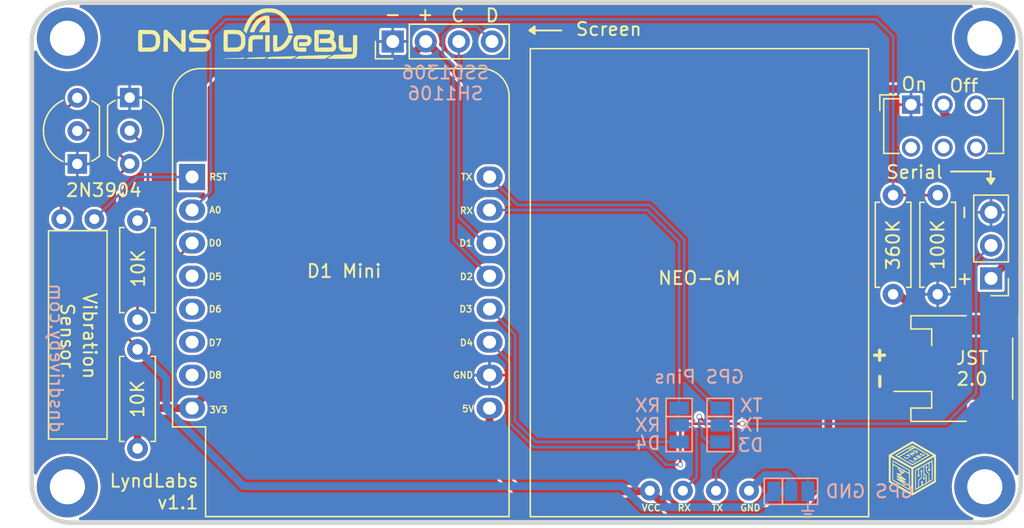
<source format=kicad_pcb>
(kicad_pcb (version 20211014) (generator pcbnew)
  (layers (0 "F.Cu" signal) (31 "B.Cu" signal) (34 "B.Paste" user) (35 "F.Paste" user) (36 "B.SilkS" user "B.Silkscreen") (37 "F.SilkS" user "F.Silkscreen") (38 "B.Mask" user) (39 "F.Mask" user) (44 "Edge.Cuts" user))
  (net 0 "")
  (net 1 "+BATT")
  (net 2 "GND")
  (net 3 "A0")
  (net 4 "GPS_RX")
  (net 5 "GPS_TX")
  (net 6 "D0")
  (net 7 "Net-(J1-Pad1)")
  (net 8 "RST")
  (net 9 "Net-(Q1-Pad2)")
  (net 10 "GPS-")
  (net 11 "Net-(Q2-Pad3)")
  (net 12 "+3V3")
  (net 13 "SCL")
  (net 14 "SDA")
  (net 15 "SCK")
  (net 16 "MISO")
  (net 17 "MOSI")
  (net 18 "SS")
  (net 19 "unconnected-(U1-Pad12)")
  (net 20 "TX1")
  (footprint "MountingHole:MountingHole_2.7mm_M2.5_DIN965_Pad" (layer "F.Cu") (at 3.5 3.5)
    (fp_text reference "REF**" hide)
    (fp_text value "MountingHole_2.7mm_M2.5_DIN965_Pad" hide)
    (pad "1" thru_hole circle (at 0 0) (size 4.7 4.7) (drill 2.7) (layers *.Cu *.Mask))
  )
  (footprint "Resistor_THT:R_Axial_DIN0207_L6.3mm_D2.5mm_P7.62mm_Horizontal" (layer "F.Cu") (at 8.89 25.146 90)
    (fp_text reference "R1" hide)
    (fp_text value "10K" (at 3.937 0.0508 90) (layer "F.SilkS"))
    (pad "1" thru_hole circle (at 0 0 90) (size 1.6 1.6) (drill 0.8) (layers *.Cu *.Mask) (net 6 "D0"))
    (pad "2" thru_hole oval (at 7.62 0 90) (size 1.6 1.6) (drill 0.8) (layers *.Cu *.Mask) (net 9 "Net-(Q1-Pad2)"))
  )
  (footprint "Package_TO_SOT_THT:TO-92L_Inline_Wide" (layer "F.Cu") (at 4.26 13.1672 90)
    (fp_text reference "Q2" hide)
    (fp_text value "2N3904" (at -2.022 2.0392 180) (layer "F.SilkS"))
    (pad "1" thru_hole rect (at 0 0 90) (size 1.5 1.5) (drill 0.8) (layers *.Cu *.Mask) (net 2 "GND"))
    (pad "2" thru_hole circle (at 2.54 0 90) (size 1.5 1.5) (drill 0.8) (layers *.Cu *.Mask) (net 10 "GPS-"))
    (pad "3" thru_hole circle (at 5.08 0 90) (size 1.5 1.5) (drill 0.8) (layers *.Cu *.Mask) (net 11 "Net-(Q2-Pad3)"))
  )
  (footprint "Resistor_THT:R_Axial_DIN0207_L6.3mm_D2.5mm_P7.62mm_Horizontal" (layer "F.Cu") (at 70.379 15.575 -90)
    (fp_text reference "R4" hide)
    (fp_text value "100K" (at 3.81 0 -270) (layer "F.SilkS"))
    (pad "1" thru_hole circle (at 0 0 270) (size 1.6 1.6) (drill 0.8) (layers *.Cu *.Mask) (net 3 "A0"))
    (pad "2" thru_hole oval (at 7.62 0 270) (size 1.6 1.6) (drill 0.8) (layers *.Cu *.Mask) (net 2 "GND"))
  )
  (footprint "Connector_PinHeader_2.54mm:PinHeader_1x04_P2.54mm_Vertical" (layer "F.Cu") (at 28.5 3.75 90)
    (fp_text reference "J2" hide)
    (fp_text value "Conn_01x04")
    (pad "1" thru_hole rect (at 0 0 90) (size 1.7 1.7) (drill 1) (layers *.Cu *.Mask) (net 2 "GND"))
    (pad "2" thru_hole oval (at 0 2.54 90) (size 1.7 1.7) (drill 1) (layers *.Cu *.Mask) (net 12 "+3V3"))
    (pad "3" thru_hole oval (at 0 5.08 90) (size 1.7 1.7) (drill 1) (layers *.Cu *.Mask) (net 13 "SCL"))
    (pad "4" thru_hole oval (at 0 7.62 90) (size 1.7 1.7) (drill 1) (layers *.Cu *.Mask) (net 14 "SDA"))
  )
  (footprint "Connector_JST:JST_PH_S2B-PH-SM4-TB_1x02-1MP_P2.00mm_Horizontal" (layer "F.Cu") (at 71.628 28.9052 90)
    (fp_text reference "J1" hide)
    (fp_text value "JST 2.0" hide)
    (pad "1" smd roundrect (at -1 -2.85 90) (size 1 3.5) (layers "F.Cu" "F.Paste" "F.Mask") (net 7 "Net-(J1-Pad1)"))
    (pad "2" smd roundrect (at 1 -2.85 90) (size 1 3.5) (layers "F.Cu" "F.Paste" "F.Mask") (net 1 "+BATT"))
    (pad "MP" smd roundrect (at 3.35 2.9 90) (size 1.5 3.4) (layers "F.Cu" "F.Paste" "F.Mask") (roundrect_rratio 0.1666673333))
    (pad "MP" smd roundrect (at -3.35 2.9 90) (size 1.5 3.4) (layers "F.Cu" "F.Paste" "F.Mask") (roundrect_rratio 0.1666673333))
  )
  (footprint "DNS-DriveBy:NEO-6M GPS" (layer "F.Cu") (at 52.07 22.3012 180)
    (fp_text reference "U2" hide)
    (fp_text value "NEO-6M" (at 0 0.3512 unlocked) (layer "F.SilkS"))
    (fp_text user "VCC" (at 3.7084 -17.3228 unlocked) (layer "F.SilkS") (effects (font (size 0.5 0.5) (thickness 0.1))))
    (fp_text user "TX" (at -1.3716 -17.3228 unlocked) (layer "F.SilkS") (effects (font (size 0.5 0.5) (thickness 0.1))))
    (fp_text user "GND" (at -3.9116 -17.3228 unlocked) (layer "F.SilkS") (effects (font (size 0.5 0.5) (thickness 0.1))))
    (fp_text user "RX" (at 1.1684 -17.3228 unlocked) (layer "F.SilkS") (effects (font (size 0.5 0.5) (thickness 0.1))))
    (pad "1" thru_hole circle (at 3.81 -16) (size 1.524 1.524) (drill 0.762) (layers *.Cu *.Mask) (net 1 "+BATT"))
    (pad "2" thru_hole circle (at 1.27 -16) (size 1.524 1.524) (drill 0.762) (layers *.Cu *.Mask) (net 4 "GPS_RX"))
    (pad "3" thru_hole circle (at -1.27 -16) (size 1.524 1.524) (drill 0.762) (layers *.Cu *.Mask) (net 5 "GPS_TX"))
    (pad "4" thru_hole circle (at -3.81 -16) (size 1.524 1.524) (drill 0.762) (layers *.Cu *.Mask) (net 10 "GPS-"))
  )
  (footprint "Module:WEMOS_D1_mini_light" (layer "F.Cu") (at 13.081 14.1732)
    (fp_text reference "U1" hide)
    (fp_text value "D1 Mini" (at 11.684 7.239) (layer "F.SilkS"))
    (fp_text user "D5" (at 1.778 7.6708 unlocked) (layer "F.SilkS") (effects (font (size 0.5 0.5) (thickness 0.1))))
    (fp_text user "5V" (at 21.209 17.8308 unlocked) (layer "F.SilkS") (effects (font (size 0.5 0.5) (thickness 0.1))))
    (fp_text user "A0" (at 1.27 2.54 unlocked) (layer "F.SilkS") (effects (font (size 0.5 0.5) (thickness 0.1)) (justify left)))
    (fp_text user "D7" (at 1.778 12.7508 unlocked) (layer "F.SilkS") (effects (font (size 0.5 0.5) (thickness 0.1))))
    (fp_text user "D4" (at 21.082 12.7508 unlocked) (layer "F.SilkS") (effects (font (size 0.5 0.5) (thickness 0.1))))
    (fp_text user "D6" (at 1.778 10.16 unlocked) (layer "F.SilkS") (effects (font (size 0.5 0.5) (thickness 0.1))))
    (fp_text user "GND" (at 20.828 15.24 unlocked) (layer "F.SilkS") (effects (font (size 0.5 0.5) (thickness 0.1))))
    (fp_text user "D0" (at 1.778 5.08 unlocked) (layer "F.SilkS") (effects (font (size 0.5 0.5) (thickness 0.1))))
    (fp_text user "RST" (at 1.27 0 unlocked) (layer "F.SilkS") (effects (font (size 0.5 0.5) (thickness 0.1)) (justify left)))
    (fp_text user "D2" (at 21.082 7.6708 unlocked) (layer "F.SilkS") (effects (font (size 0.5 0.5) (thickness 0.1))))
    (fp_text user "TX" (at 21.59 0 unlocked) (layer "F.SilkS") (effects (font (size 0.5 0.5) (thickness 0.1)) (justify right)))
    (fp_text user "RX" (at 21.082 2.5908 unlocked) (layer "F.SilkS") (effects (font (size 0.5 0.5) (thickness 0.1))))
    (fp_text user "D3" (at 21.59 10.16 unlocked) (layer "F.SilkS") (effects (font (size 0.5 0.5) (thickness 0.1)) (justify right)))
    (fp_text user "3V3" (at 2.032 17.907 unlocked) (layer "F.SilkS") (effects (font (size 0.5 0.5) (thickness 0.1))))
    (fp_text user "D1" (at 21.59 5.08 unlocked) (layer "F.SilkS") (effects (font (size 0.5 0.5) (thickness 0.1)) (justify right)))
    (fp_text user "D8" (at 1.778 15.24 unlocked) (layer "F.SilkS") (effects (font (size 0.5 0.5) (thickness 0.1))))
    (pad "1" thru_hole rect (at 0 0) (size 2 2) (drill 1) (layers *.Cu *.Mask) (net 8 "RST"))
    (pad "2" thru_hole oval (at 0 2.54) (size 2 1.6) (drill 1) (layers *.Cu *.Mask) (net 3 "A0"))
    (pad "3" thru_hole oval (at 0 5.08) (size 2 1.6) (drill 1) (layers *.Cu *.Mask) (net 6 "D0"))
    (pad "4" thru_hole oval (at 0 7.62) (size 2 1.6) (drill 1) (layers *.Cu *.Mask) (net 15 "SCK"))
    (pad "5" thru_hole oval (at 0 10.16) (size 2 1.6) (drill 1) (layers *.Cu *.Mask) (net 16 "MISO"))
    (pad "6" thru_hole oval (at 0 12.7) (size 2 1.6) (drill 1) (layers *.Cu *.Mask) (net 17 "MOSI"))
    (pad "7" thru_hole oval (at 0 15.24) (size 2 1.6) (drill 1) (layers *.Cu *.Mask) (net 18 "SS"))
    (pad "8" thru_hole oval (at 0 17.78) (size 2 1.6) (drill 1) (layers *.Cu *.Mask) (net 12 "+3V3"))
    (pad "9" thru_hole oval (at 22.86 17.78) (size 2 1.6) (drill 1) (layers *.Cu *.Mask) (net 1 "+BATT"))
    (pad "10" thru_hole oval (at 22.86 15.24) (size 2 1.6) (drill 1) (layers *.Cu *.Mask) (net 2 "GND"))
    (pad "11" thru_hole oval (at 22.86 12.7) (size 2 1.6) (drill 1) (layers *.Cu *.Mask) (net 20 "TX1"))
    (pad "12" thru_hole oval (at 22.86 10.16) (size 2 1.6) (drill 1) (layers *.Cu *.Mask) (net 19 "unconnected-(U1-Pad12)"))
    (pad "13" thru_hole oval (at 22.86 7.62) (size 2 1.6) (drill 1) (layers *.Cu *.Mask) (net 14 "SDA"))
    (pad "14" thru_hole oval (at 22.86 5.08) (size 2 1.6) (drill 1) (layers *.Cu *.Mask) (net 13 "SCL"))
    (pad "15" thru_hole oval (at 22.86 2.54) (size 2 1.6) (drill 1) (layers *.Cu *.Mask) (net 4 "GPS_RX"))
    (pad "16" thru_hole oval (at 22.86 0) (size 2 1.6) (drill 1) (layers *.Cu *.Mask) (net 5 "GPS_TX"))
  )
  (footprint "MountingHole:MountingHole_2.7mm_M2.5_DIN965_Pad" (layer "F.Cu") (at 74 3.5)
    (fp_text reference "REF**" hide)
    (fp_text value "MountingHole_2.7mm_M2.5_DIN965_Pad" hide)
    (pad "1" thru_hole circle (at 0 0) (size 4.7 4.7) (drill 2.7) (layers *.Cu *.Mask))
  )
  (footprint "Connector_PinHeader_2.54mm:PinHeader_1x03_P2.54mm_Vertical" (layer "F.Cu") (at 74.479 21.975 180)
    (fp_text reference "J3" hide)
    (fp_text value "Conn_01x03")
    (pad "1" thru_hole rect (at 0 0 180) (size 1.7 1.7) (drill 1) (layers *.Cu *.Mask) (net 12 "+3V3"))
    (pad "2" thru_hole oval (at 0 2.54 180) (size 1.7 1.7) (drill 1) (layers *.Cu *.Mask) (net 20 "TX1"))
    (pad "3" thru_hole oval (at 0 5.08 180) (size 1.7 1.7) (drill 1) (layers *.Cu *.Mask) (net 2 "GND"))
  )
  (footprint "Button_Switch_THT:SW_CuK_JS202011CQN_DPDT_Straight" (layer "F.Cu") (at 68.3315 8.6078)
    (fp_text reference "SW1" hide)
    (fp_text value "SW_SPST")
    (pad "1" thru_hole rect (at 0 0) (size 1.4 1.4) (drill 0.9) (layers *.Cu *.Mask) (net 2 "GND"))
    (pad "2" thru_hole circle (at 2.5 0) (size 1.4 1.4) (drill 0.9) (layers *.Cu *.Mask) (net 7 "Net-(J1-Pad1)"))
    (pad "3" thru_hole circle (at 5 0) (size 1.4 1.4) (drill 0.9) (layers *.Cu *.Mask))
    (pad "4" thru_hole circle (at 0 3.3) (size 1.4 1.4) (drill 0.9) (layers *.Cu *.Mask))
    (pad "5" thru_hole circle (at 2.5 3.3) (size 1.4 1.4) (drill 0.9) (layers *.Cu *.Mask))
    (pad "6" thru_hole circle (at 5 3.3) (size 1.4 1.4) (drill 0.9) (layers *.Cu *.Mask))
  )
  (footprint "Resistor_THT:R_Axial_DIN0207_L6.3mm_D2.5mm_P7.62mm_Horizontal" (layer "F.Cu") (at 66.95 23.195 90)
    (fp_text reference "R3" hide)
    (fp_text value "360K" (at 3.81 0 90) (layer "F.SilkS"))
    (pad "1" thru_hole circle (at 0 0 90) (size 1.6 1.6) (drill 0.8) (layers *.Cu *.Mask) (net 1 "+BATT"))
    (pad "2" thru_hole oval (at 7.62 0 90) (size 1.6 1.6) (drill 0.8) (layers *.Cu *.Mask) (net 3 "A0"))
  )
  (footprint "Resistor_THT:R_Axial_DIN0207_L6.3mm_D2.5mm_P7.62mm_Horizontal" (layer "F.Cu") (at 8.89 27.432 -90)
    (fp_text reference "R2" hide)
    (fp_text value "10K" (at 3.81 0 90) (layer "F.SilkS"))
    (pad "1" thru_hole circle (at 0 0 270) (size 1.6 1.6) (drill 0.8) (layers *.Cu *.Mask) (net 10 "GPS-"))
    (pad "2" thru_hole oval (at 7.62 0 270) (size 1.6 1.6) (drill 0.8) (layers *.Cu *.Mask) (net 12 "+3V3"))
  )
  (footprint "DNS-DriveBy:Vibration Sensor" (layer "F.Cu") (at 4.3 25.7416 180)
    (fp_text reference "S1" hide)
    (fp_text value "Vibration" (at -0.9144 -0.6604 270 unlocked) (layer "F.SilkS"))
    (fp_text user "Sensor" (at 0.8128 -0.6604 270 unlocked) (layer "F.SilkS"))
    (pad "" thru_hole circle (at -1.27 8.3312 180) (size 1.524 1.524) (drill 0.762) (layers *.Cu *.Mask))
    (pad "" thru_hole circle (at 1.27 8.3312 180) (size 1.524 1.524) (drill 0.762) (layers *.Cu *.Mask))
  )
  (footprint "Package_TO_SOT_THT:TO-92L_Inline_Wide" (layer "F.Cu") (at 8.2876 8.0672 -90)
    (fp_text reference "Q1" hide)
    (fp_text value "2N3904")
    (pad "1" thru_hole rect (at 0 0 270) (size 1.5 1.5) (drill 0.8) (layers *.Cu *.Mask) (net 2 "GND"))
    (pad "2" thru_hole circle (at 2.54 0 270) (size 1.5 1.5) (drill 0.8) (layers *.Cu *.Mask) (net 9 "Net-(Q1-Pad2)"))
    (pad "3" thru_hole circle (at 5.08 0 270) (size 1.5 1.5) (drill 0.8) (layers *.Cu *.Mask) (net 10 "GPS-"))
  )
  (footprint "MountingHole:MountingHole_2.7mm_M2.5_DIN965_Pad" (layer "F.Cu") (at 74 38)
    (fp_text reference "REF**" hide)
    (fp_text value "MountingHole_2.7mm_M2.5_DIN965_Pad" hide)
    (pad "1" thru_hole circle (at 0 0) (size 4.7 4.7) (drill 2.7) (layers *.Cu *.Mask))
  )
  (footprint "MountingHole:MountingHole_2.7mm_M2.5_DIN965_Pad" (layer "F.Cu") (at 3.5 38)
    (fp_text reference "REF**" hide)
    (fp_text value "MountingHole_2.7mm_M2.5_DIN965_Pad" hide)
    (pad "1" thru_hole circle (at 0 0) (size 4.7 4.7) (drill 2.7) (layers *.Cu *.Mask))
  )
  (footprint "test" (layer "F.Cu") (at 26.35 20.1)
    (fp_text reference "Ref**" hide)
    (fp_text value "Val**" hide)
  )
  (footprint "Jumper:SolderJumper-3_P1.3mm_Open_Pad1.0x1.5mm" (layer "B.Cu") (at 50.5075 33.25 -90)
    (fp_text reference "RX" (at 0 2.4075 180) (layer "B.SilkS") (effects (justify mirror)))
    (fp_text value "SolderJumper-3_P1.3mm_Open_Pad1.0x1.5mm" hide)
    (pad "" smd rect (at 0 0 270) (size 1 1.5) (layers "B.Cu" "B.Mask") (net 4 "GPS_RX"))
    (pad "1" smd rect (at -1.3 0 270) (size 1 1.5) (layers "B.Cu" "B.Mask") (net 4 "GPS_RX"))
    (pad "3" smd rect (at 1.3 0 270) (size 1 1.5) (layers "B.Cu" "B.Mask") (net 19 "unconnected-(U1-Pad12)"))
  )
  (footprint "Jumper:SolderJumper-3_P1.3mm_Open_Pad1.0x1.5mm" (layer "B.Cu") (at 59.1 38.35 180)
    (fp_text reference "GPS GND" (at -6.051 -0.004) (layer "B.SilkS") (effects (justify mirror)))
    (fp_text value "SolderJumper-3_P1.3mm_Open_Pad1.0x1.5mm")
    (pad "1" smd rect (at -1.3 0 180) (size 1 1.5) (layers "B.Cu" "B.Mask") (net 2 "GND"))
    (pad "2" smd rect (at 0 0 180) (size 1 1.5) (layers "B.Cu" "B.Mask") (net 10 "GPS-"))
    (pad "3" smd rect (at 1.3 0 180) (size 1 1.5) (layers "B.Cu" "B.Mask") (net 10 "GPS-"))
  )
  (footprint "Jumper:SolderJumper-3_P1.3mm_Open_Pad1.0x1.5mm" (layer "B.Cu") (at 53.6575 33.25 -90)
    (fp_text reference "TX" (at 0 -2.3925 180) (layer "B.SilkS") (effects (justify mirror)))
    (fp_text value "SolderJumper-3_P1.3mm_Open_Pad1.0x1.5mm" hide)
    (pad "1" smd rect (at -1.3 0 270) (size 1 1.5) (layers "B.Cu" "B.Mask") (net 5 "GPS_TX"))
    (pad "2" smd rect (at 0 0 270) (size 1 1.5) (layers "B.Cu" "B.Mask") (net 5 "GPS_TX"))
    (pad "3" smd rect (at 1.3 0 270) (size 1 1.5) (layers "B.Cu" "B.Mask") (net 20 "TX1"))
  )
  (gr_line (start 58.4454 39.3634) (end 58.4454 37.3634) (layer "B.SilkS") (width 0.15))
  (gr_line (start 52.65 32.6) (end 54.65 32.6) (layer "B.SilkS") (width 0.15))
  (gr_line (start 49.5 32.6) (end 51.5 32.6) (layer "B.SilkS") (width 0.15))
  (gr_line (start 41.45 2.9) (end 39.014798 2.899605) (layer "F.SilkS") (width 0.15))
  (gr_poly (pts (xy 74.725 14.3) (xy 74.474605 14.685202) (xy 74.175 14.3)) (layer "F.SilkS") (width 0.15) (fill solid))
  (gr_line (start 74.45 13.75) (end 74.45 14.5) (layer "F.SilkS") (width 0.15))
  (gr_line (start 39.4 3.15) (end 39.014798 2.899605) (layer "F.SilkS") (width 0.15))
  (gr_poly (pts (xy 39.4 3.15) (xy 39.014798 2.899605) (xy 39.4 2.6)) (layer "F.SilkS") (width 0.15) (fill solid))
  (gr_line (start 74.474605 14.685202) (end 74.175 14.3) (layer "F.SilkS") (width 0.15))
  (gr_line (start 71.4 13.75) (end 74.45 13.75) (layer "F.SilkS") (width 0.15))
  (gr_line (start 74.725 14.3) (end 74.474605 14.685202) (layer "F.SilkS") (width 0.15))
  (gr_line (start 39.014798 2.899605) (end 39.4 2.6) (layer "F.SilkS") (width 0.15))
  (gr_line (start 74.175 14.3) (end 74.725 14.3) (layer "F.SilkS") (width 0.15))
  (gr_line (start 39.4 2.6) (end 39.4 3.15) (layer "F.SilkS") (width 0.15))
  (gr_line (start 2.095598 1.264035) (end 2.219729 1.185584) (layer "Edge.Cuts") (width 0.349999))
  (gr_line (start 73.759987 40.760002) (end 73.759987 40.760002) (layer "Edge.Cuts") (width 0.349999))
  (gr_line (start 74.491241 0.850477) (end 74.632496 0.889676) (layer "Edge.Cuts") (width 0.349999))
  (gr_line (start 76.171316 39.544818) (end 76.080595 39.661274) (layer "Edge.Cuts") (width 0.349999))
  (gr_line (start 3.028747 40.669525) (end 2.887493 40.630327) (layer "Edge.Cuts") (width 0.349999))
  (gr_line (start 0.763685 3.611239) (end 0.774678 3.463487) (layer "Edge.Cuts") (width 0.349999))
  (gr_line (start 76.406568 2.347328) (end 76.472342 2.47815) (layer "Edge.Cuts") (width 0.349999))
  (gr_line (start 76.70181 38.348005) (end 76.66951 38.491252) (layer "Edge.Cuts") (width 0.349999))
  (gr_line (start 3.759998 0.76) (end 3.759998 0.76) (layer "Edge.Cuts") (width 0.349999))
  (gr_line (start 1.348672 39.544818) (end 1.264034 39.424401) (layer "Edge.Cuts") (width 0.349999))
  (gr_line (start 75.424392 1.264035) (end 75.544808 1.348673) (layer "Edge.Cuts") (width 0.349999))
  (gr_line (start 0.792875 38.20301) (end 0.774678 38.056514) (layer "Edge.Cuts") (width 0.349999))
  (gr_line (start 74.771511 40.584331) (end 74.632496 40.630327) (layer "Edge.Cuts") (width 0.349999))
  (gr_line (start 73.908749 40.756315) (end 73.759987 40.760002) (layer "Edge.Cuts") (width 0.349999))
  (gr_line (start 2.611949 40.531641) (end 2.47815 40.472357) (layer "Edge.Cuts") (width 0.349999))
  (gr_line (start 76.255953 2.095598) (end 76.334404 2.219729) (layer "Edge.Cuts") (width 0.349999))
  (gr_line (start 1.439393 39.661274) (end 1.348672 39.544818) (layer "Edge.Cuts") (width 0.349999))
  (gr_line (start 74.202998 0.792877) (end 74.347994 0.818177) (layer "Edge.Cuts") (width 0.349999))
  (gr_line (start 75.88131 1.63868) (end 75.88131 1.63868) (layer "Edge.Cuts") (width 0.349999))
  (gr_line (start 74.908041 0.988362) (end 75.04184 1.047645) (layer "Edge.Cuts") (width 0.349999))
  (gr_line (start 75.983892 1.746477) (end 76.080595 1.858726) (layer "Edge.Cuts") (width 0.349999))
  (gr_line (start 1.638679 39.881321) (end 1.536096 39.773523) (layer "Edge.Cuts") (width 0.349999))
  (gr_line (start 0.759998 3.76) (end 0.763685 3.611239) (layer "Edge.Cuts") (width 0.349999))
  (gr_line (start 75.661263 40.080608) (end 75.544808 40.171329) (layer "Edge.Cuts") (width 0.349999))
  (gr_line (start 75.88131 39.881321) (end 75.88131 39.881321) (layer "Edge.Cuts") (width 0.349999))
  (gr_line (start 76.72711 38.20301) (end 76.70181 38.348005) (layer "Edge.Cuts") (width 0.349999))
  (gr_line (start 73.759987 0.76) (end 73.908749 0.763687) (layer "Edge.Cuts") (width 0.349999))
  (gr_line (start 3.316989 0.792877) (end 3.463485 0.77468) (layer "Edge.Cuts") (width 0.349999))
  (gr_line (start 0.792875 3.31699) (end 0.818175 3.171996) (layer "Edge.Cuts") (width 0.349999))
  (gr_line (start 0.759998 37.760002) (end 0.759998 3.76) (layer "Edge.Cuts") (width 0.349999))
  (gr_line (start 3.171994 40.701825) (end 3.028747 40.669525) (layer "Edge.Cuts") (width 0.349999))
  (gr_line (start 74.056502 40.745322) (end 73.908749 40.756315) (layer "Edge.Cuts") (width 0.349999))
  (gr_line (start 1.638679 39.881321) (end 1.638679 39.881321) (layer "Edge.Cuts") (width 0.349999))
  (gr_line (start 0.935669 2.748479) (end 0.98836 2.611949) (layer "Edge.Cuts") (width 0.349999))
  (gr_line (start 76.630311 38.632505) (end 76.584316 38.77152) (layer "Edge.Cuts") (width 0.349999))
  (gr_line (start 76.745307 38.056514) (end 76.72711 38.20301) (layer "Edge.Cuts") (width 0.349999))
  (gr_line (start 76.584316 2.748479) (end 76.630311 2.887494) (layer "Edge.Cuts") (width 0.349999))
  (gr_line (start 75.300261 1.185584) (end 75.424392 1.264035) (layer "Edge.Cuts") (width 0.349999))
  (gr_line (start 74.632496 40.630327) (end 74.491241 40.669525) (layer "Edge.Cuts") (width 0.349999))
  (gr_line (start 1.113418 39.172671) (end 1.047643 39.041849) (layer "Edge.Cuts") (width 0.349999))
  (gr_line (start 0.774678 3.463487) (end 0.792875 3.31699) (layer "Edge.Cuts") (width 0.349999))
  (gr_line (start 1.638679 1.63868) (end 1.746477 1.536096) (layer "Edge.Cuts") (width 0.349999))
  (gr_line (start 76.584316 38.77152) (end 76.531626 38.90805) (layer "Edge.Cuts") (width 0.349999))
  (gr_line (start 76.70181 3.171996) (end 76.72711 3.31699) (layer "Edge.Cuts") (width 0.349999))
  (gr_line (start 75.773513 39.983904) (end 75.661263 40.080608) (layer "Edge.Cuts") (width 0.349999))
  (gr_line (start 76.080595 1.858726) (end 76.171316 1.975182) (layer "Edge.Cuts") (width 0.349999))
  (gr_line (start 76.531626 38.90805) (end 76.472342 39.041849) (layer "Edge.Cuts") (width 0.349999))
  (gr_line (start 75.773513 1.536096) (end 75.88131 1.63868) (layer "Edge.Cuts") (width 0.349999))
  (gr_line (start 1.975182 1.348673) (end 2.095598 1.264035) (layer "Edge.Cuts") (width 0.349999))
  (gr_line (start 2.47815 1.047645) (end 2.611949 0.988362) (layer "Edge.Cuts") (width 0.349999))
  (gr_line (start 1.185582 39.30027) (end 1.113418 39.172671) (layer "Edge.Cuts") (width 0.349999))
  (gr_line (start 1.264034 2.095598) (end 1.348672 1.975182) (layer "Edge.Cuts") (width 0.349999))
  (gr_line (start 76.759987 37.760002) (end 76.7563 37.908763) (layer "Edge.Cuts") (width 0.349999))
  (gr_line (start 76.334404 39.30027) (end 76.255953 39.424401) (layer "Edge.Cuts") (width 0.349999))
  (gr_line (start 75.544808 40.171329) (end 75.424392 40.255966) (layer "Edge.Cuts") (width 0.349999))
  (gr_line (start 0.889674 38.632505) (end 0.850475 38.491252) (layer "Edge.Cuts") (width 0.349999))
  (gr_line (start 74.771511 0.935671) (end 74.908041 0.988362) (layer "Edge.Cuts") (width 0.349999))
  (gr_line (start 75.172662 40.406582) (end 75.04184 40.472357) (layer "Edge.Cuts") (width 0.349999))
  (gr_line (start 2.611949 0.988362) (end 2.748478 0.935671) (layer "Edge.Cuts") (width 0.349999))
  (gr_line (start 76.66951 3.028748) (end 76.70181 3.171996) (layer "Edge.Cuts") (width 0.349999))
  (gr_line (start 3.759998 40.760002) (end 3.759998 40.760002) (layer "Edge.Cuts") (width 0.349999))
  (gr_line (start 0.889674 2.887494) (end 0.935669 2.748479) (layer "Edge.Cuts") (width 0.349999))
  (gr_line (start 3.611237 0.763687) (end 3.759998 0.76) (layer "Edge.Cuts") (width 0.349999))
  (gr_line (start 0.850475 38.491252) (end 0.818175 38.348005) (layer "Edge.Cuts") (width 0.349999))
  (gr_line (start 2.095598 40.255966) (end 1.975182 40.171329) (layer "Edge.Cuts") (width 0.349999))
  (gr_line (start 75.661263 1.439394) (end 75.773513 1.536096) (layer "Edge.Cuts") (width 0.349999))
  (gr_line (start 74.908041 40.531641) (end 74.771511 40.584331) (layer "Edge.Cuts") (width 0.349999))
  (gr_line (start 74.202998 40.727125) (end 74.056502 40.745322) (layer "Edge.Cuts") (width 0.349999))
  (gr_line (start 74.347994 40.701825) (end 74.202998 40.727125) (layer "Edge.Cuts") (width 0.349999))
  (gr_line (start 2.219729 40.334418) (end 2.095598 40.255966) (layer "Edge.Cuts") (width 0.349999))
  (gr_line (start 76.255953 39.424401) (end 76.171316 39.544818) (layer "Edge.Cuts") (width 0.349999))
  (gr_line (start 76.630311 2.887494) (end 76.66951 3.028748) (layer "Edge.Cuts") (width 0.349999))
  (gr_line (start 0.818175 3.171996) (end 0.850475 3.028748) (layer "Edge.Cuts") (width 0.349999))
  (gr_line (start 2.47815 40.472357) (end 2.347328 40.406582) (layer "Edge.Cuts") (width 0.349999))
  (gr_line (start 2.887493 40.630327) (end 2.748478 40.584331) (layer "Edge.Cuts") (width 0.349999))
  (gr_line (start 1.047643 39.041849) (end 0.98836 38.90805) (layer "Edge.Cuts") (width 0.349999))
  (gr_line (start 2.347328 1.11342) (end 2.47815 1.047645) (layer "Edge.Cuts") (width 0.349999))
  (gr_line (start 1.439393 1.858726) (end 1.536096 1.746477) (layer "Edge.Cuts") (width 0.349999))
  (gr_line (start 76.759987 3.76) (end 76.759987 3.76) (layer "Edge.Cuts") (width 0.349999))
  (gr_line (start 76.080595 39.661274) (end 75.983892 39.773523) (layer "Edge.Cuts") (width 0.349999))
  (gr_line (start 2.887493 0.889676) (end 3.028747 0.850477) (layer "Edge.Cuts") (width 0.349999))
  (gr_line (start 1.185582 2.219729) (end 1.264034 2.095598) (layer "Edge.Cuts") (width 0.349999))
  (gr_line (start 1.858726 1.439394) (end 1.975182 1.348673) (layer "Edge.Cuts") (width 0.349999))
  (gr_line (start 3.171994 0.818177) (end 3.316989 0.792877) (layer "Edge.Cuts") (width 0.349999))
  (gr_line (start 74.491241 40.669525) (end 74.347994 40.701825) (layer "Edge.Cuts") (width 0.349999))
  (gr_line (start 0.935669 38.77152) (end 0.889674 38.632505) (layer "Edge.Cuts") (width 0.349999))
  (gr_line (start 1.113418 2.347328) (end 1.185582 2.219729) (layer "Edge.Cuts") (width 0.349999))
  (gr_line (start 1.047643 2.47815) (end 1.113418 2.347328) (layer "Edge.Cuts") (width 0.349999))
  (gr_line (start 73.759987 40.760002) (end 3.759998 40.760002) (layer "Edge.Cuts") (width 0.349999))
  (gr_line (start 73.908749 0.763687) (end 74.056502 0.77468) (layer "Edge.Cuts") (width 0.349999))
  (gr_line (start 2.748478 40.584331) (end 2.611949 40.531641) (layer "Edge.Cuts") (width 0.349999))
  (gr_line (start 76.406568 39.172671) (end 76.334404 39.30027) (layer "Edge.Cuts") (width 0.349999))
  (gr_line (start 0.98836 2.611949) (end 1.047643 2.47815) (layer "Edge.Cuts") (width 0.349999))
  (gr_line (start 1.858726 40.080608) (end 1.746477 39.983904) (layer "Edge.Cuts") (width 0.349999))
  (gr_line (start 76.66951 38.491252) (end 76.630311 38.632505) (layer "Edge.Cuts") (width 0.349999))
  (gr_line (start 73.759987 0.76) (end 73.759987 0.76) (layer "Edge.Cuts") (width 0.349999))
  (gr_line (start 2.748478 0.935671) (end 2.887493 0.889676) (layer "Edge.Cuts") (width 0.349999))
  (gr_line (start 75.424392 40.255966) (end 75.300261 40.334418) (layer "Edge.Cuts") (width 0.349999))
  (gr_line (start 74.632496 0.889676) (end 74.771511 0.935671) (layer "Edge.Cuts") (width 0.349999))
  (gr_line (start 2.219729 1.185584) (end 2.347328 1.11342) (layer "Edge.Cuts") (width 0.349999))
  (gr_line (start 0.98836 38.90805) (end 0.935669 38.77152) (layer "Edge.Cuts") (width 0.349999))
  (gr_line (start 2.347328 40.406582) (end 2.219729 40.334418) (layer "Edge.Cuts") (width 0.349999))
  (gr_line (start 76.759987 37.760002) (end 76.759987 37.760002) (layer "Edge.Cuts") (width 0.349999))
  (gr_line (start 1.536096 1.746477) (end 1.638679 1.63868) (layer "Edge.Cuts") (width 0.349999))
  (gr_line (start 3.316989 40.727125) (end 3.171994 40.701825) (layer "Edge.Cuts") (width 0.349999))
  (gr_line (start 3.463485 0.77468) (end 3.611237 0.763687) (layer "Edge.Cuts") (width 0.349999))
  (gr_line (start 76.745307 3.463487) (end 76.7563 3.611239) (layer "Edge.Cuts") (width 0.349999))
  (gr_line (start 75.983892 39.773523) (end 75.88131 39.881321) (layer "Edge.Cuts") (width 0.349999))
  (gr_line (start 76.171316 1.975182) (end 76.255953 2.095598) (layer "Edge.Cuts") (width 0.349999))
  (gr_line (start 76.334404 2.219729) (end 76.406568 2.347328) (layer "Edge.Cuts") (width 0.349999))
  (gr_line (start 0.774678 38.056514) (end 0.763685 37.908763) (layer "Edge.Cuts") (width 0.349999))
  (gr_line (start 3.611237 40.756315) (end 3.463485 40.745322) (layer "Edge.Cuts") (width 0.349999))
  (gr_line (start 1.746477 1.536096) (end 1.858726 1.439394) (layer "Edge.Cuts") (width 0.349999))
  (gr_line (start 1.348672 1.975182) (end 1.439393 1.858726) (layer "Edge.Cuts") (width 0.349999))
  (gr_line (start 0.763685 37.908763) (end 0.759998 37.760002) (layer "Edge.Cuts") (width 0.349999))
  (gr_line (start 1.746477 39.983904) (end 1.638679 39.881321) (layer "Edge.Cuts") (width 0.349999))
  (gr_line (start 1.638679 1.63868) (end 1.638679 1.63868) (layer "Edge.Cuts") (width 0.349999))
  (gr_line (start 74.056502 0.77468) (end 74.202998 0.792877) (layer "Edge.Cuts") (width 0.349999))
  (gr_line (start 1.264034 39.424401) (end 1.185582 39.30027) (layer "Edge.Cuts") (width 0.349999))
  (gr_line (start 76.531626 2.611949) (end 76.584316 2.748479) (layer "Edge.Cuts") (width 0.349999))
  (gr_line (start 0.759998 3.76) (end 0.759998 3.76) (layer "Edge.Cuts") (width 0.349999))
  (gr_line (start 3.759998 40.760002) (end 3.611237 40.756315) (layer "Edge.Cuts") (width 0.349999))
  (gr_line (start 0.850475 3.028748) (end 0.889674 2.887494) (layer "Edge.Cuts") (width 0.349999))
  (gr_line (start 1.536096 39.773523) (end 1.439393 39.661274) (layer "Edge.Cuts") (width 0.349999))
  (gr_line (start 76.472342 2.47815) (end 76.531626 2.611949) (layer "Edge.Cuts") (width 0.349999))
  (gr_line (start 75.88131 39.881321) (end 75.773513 39.983904) (layer "Edge.Cuts") (width 0.349999))
  (gr_line (start 75.88131 1.63868) (end 75.983892 1.746477) (layer "Edge.Cuts") (width 0.349999))
  (gr_line (start 1.975182 40.171329) (end 1.858726 40.080608) (layer "Edge.Cuts") (width 0.349999))
  (gr_line (start 76.7563 3.611239) (end 76.759987 3.76) (layer "Edge.Cuts") (width 0.349999))
  (gr_line (start 75.04184 1.047645) (end 75.172662 1.11342) (layer "Edge.Cuts") (width 0.349999))
  (gr_line (start 75.172662 1.11342) (end 75.300261 1.185584) (layer "Edge.Cuts") (width 0.349999))
  (gr_line (start 74.347994 0.818177) (end 74.491241 0.850477) (layer "Edge.Cuts") (width 0.349999))
  (gr_line (start 76.759987 3.76) (end 76.759987 37.760002) (layer "Edge.Cuts") (width 0.349999))
  (gr_line (start 76.472342 39.041849) (end 76.406568 39.172671) (layer "Edge.Cuts") (width 0.349999))
  (gr_line (start 76.72711 3.31699) (end 76.745307 3.463487) (layer "Edge.Cuts") (width 0.349999))
  (gr_line (start 3.028747 0.850477) (end 3.171994 0.818177) (layer "Edge.Cuts") (width 0.349999))
  (gr_line (start 75.300261 40.334418) (end 75.172662 40.406582) (layer "Edge.Cuts") (width 0.349999))
  (gr_line (start 75.544808 1.348673) (end 75.661263 1.439394) (layer "Edge.Cuts") (width 0.349999))
  (gr_line (start 76.7563 37.908763) (end 76.745307 38.056514) (layer "Edge.Cuts") (width 0.349999))
  (gr_line (start 0.818175 38.348005) (end 0.792875 38.20301) (layer "Edge.Cuts") (width 0.349999))
  (gr_line (start 75.04184 40.472357) (end 74.908041 40.531641) (layer "Edge.Cuts") (width 0.349999))
  (gr_line (start 3.759998 0.76) (end 73.759987 0.76) (layer "Edge.Cuts") (width 0.349999))
  (gr_line (start 3.463485 40.745322) (end 3.316989 40.727125) (layer "Edge.Cuts") (width 0.349999))
  (gr_text "D3\n" (at 56 34.8) (layer "B.SilkS") (effects (font (size 1 1)) (justify mirror)))
  (gr_text "RX" (at 48.1 31.75) (layer "B.SilkS") (effects (font (size 1 1)) (justify mirror)))
  (gr_text "D4\n" (at 48.1 34.65) (layer "B.SilkS") (effects (font (size 1 1)) (justify mirror)))
  (gr_text "SSD1306\nSH1106\n" (at 32.55 6.95) (layer "B.SilkS") (effects (font (size 1 1)) (justify mirror)))
  (gr_text "TX" (at 56.05 31.75) (layer "B.SilkS") (effects (font (size 1 1)) (justify mirror)))
  (gr_text "GPS Pins" (at 52.05 29.55) (layer "B.SilkS") (effects (font (size 1 1)) (justify mirror)))
  (gr_text "dnsdriveby.com" (at 2.65 28.1 270) (layer "B.SilkS") (effects (font (size 1 1)) (justify mirror)))
  (gr_text "JST\n2.0\n" (at 73.025 28.9052) (layer "F.SilkS") (effects (font (size 1 1))))
  (gr_text "v1.1" (at 11.9888 39.2176) (layer "F.SilkS") (effects (font (size 1 1))))
  (gr_text "Serial" (at 68.6 13.8) (layer "F.SilkS") (effects (font (size 1 1))))
  (gr_text "+\n" (at 65.913 27.813) (layer "F.SilkS") (effects (font (size 1 1) (thickness 0.25))))
  (gr_text "LyndLabs\n" (at 10.16 37.5412) (layer "F.SilkS") (effects (font (size 1 1))))
  (gr_text "C" (at 33.5 1.75) (layer "F.SilkS") (effects (font (size 1 1))))
  (gr_text "+" (at 72.45 21.95) (layer "F.SilkS") (effects (font (size 1 1))))
  (gr_text "-\n" (at 65.8622 29.8958 90) (layer "F.SilkS") (effects (font (size 1 1) (thickness 0.25))))
  (gr_text "D\n" (at 36.15 1.75) (layer "F.SilkS") (effects (font (size 1 1))))
  (gr_text "On\n" (at 68.58 7.023) (layer "F.SilkS") (effects (font (size 1 1))))
  (gr_text "-\n" (at 72.35 16.9 90) (layer "F.SilkS") (effects (font (size 1 1))))
  (gr_text "Screen" (at 45.1 2.8) (layer "F.SilkS") (effects (font (size 1 1))))
  (gr_text "-\n" (at 28.5 1.65) (layer "F.SilkS") (effects (font (size 1 1))))
  (gr_text "Off\n" (at 72.39 7.15) (layer "F.SilkS") (effects (font (size 1 1))))
  (gr_text "+" (at 31 1.65) (layer "F.SilkS") (effects (font (size 1 1))))
  (segment (start 63.7888 27.9052) (end 68.778 27.9052) (width 0.6) (layer "F.Cu") (net 1))
  (segment (start 49.8368 39.878) (end 60.452 39.878) (width 0.6) (layer "F.Cu") (net 1))
  (segment (start 48.26 38.3012) (end 49.8368 39.878) (width 0.6) (layer "F.Cu") (net 1))
  (segment (start 61.976 38.354) (end 61.976 29.718) (width 0.6) (layer "F.Cu") (net 1))
  (segment (start 60.452 39.878) (end 61.976 38.354) (width 0.6) (layer "F.Cu") (net 1))
  (segment (start 66.921 22.71) (end 68.778 24.567) (width 0.6) (layer "F.Cu") (net 1))
  (segment (start 35.941 31.9532) (end 35.941 36.195) (width 0.6) (layer "F.Cu") (net 1))
  (segment (start 68.778 24.567) (end 68.778 27.9052) (width 0.6) (layer "F.Cu") (net 1))
  (segment (start 38.104 38.35) (end 48.2112 38.35) (width 0.6) (layer "F.Cu") (net 1))
  (segment (start 35.941 36.195) (end 38.1 38.354) (width 0.6) (layer "F.Cu") (net 1))
  (segment (start 38.1 38.354) (end 38.104 38.35) (width 0.6) (layer "F.Cu") (net 1))
  (segment (start 48.2112 38.35) (end 48.26 38.3012) (width 0.6) (layer "F.Cu") (net 1))
  (segment (start 61.976 29.718) (end 63.7888 27.9052) (width 0.6) (layer "F.Cu") (net 1))
  (segment (start 66.95 15.575) (end 70.379 15.575) (width 0.2) (layer "F.Cu") (net 3))
  (segment (start 13.081 16.7132) (end 14.52148 15.27272) (width 0.2) (layer "B.Cu") (net 3))
  (segment (start 66.95 3.35) (end 66.95 15.575) (width 0.2) (layer "B.Cu") (net 3))
  (segment (start 15.65 2.05) (end 65.65 2.05) (width 0.2) (layer "B.Cu") (net 3))
  (segment (start 14.52148 15.27272) (end 14.52148 3.17852) (width 0.2) (layer "B.Cu") (net 3))
  (segment (start 65.65 2.05) (end 66.95 3.35) (width 0.2) (layer "B.Cu") (net 3))
  (segment (start 14.52148 3.17852) (end 15.65 2.05) (width 0.2) (layer "B.Cu") (net 3))
  (segment (start 51.857011 33.707011) (end 51.4 33.25) (width 0.2) (layer "B.Cu") (net 4))
  (segment (start 51.4 33.25) (end 50.8075 33.25) (width 0.2) (layer "B.Cu") (net 4))
  (segment (start 50.5075 33.25) (end 50.5075 31.95) (width 0.2) (layer "B.Cu") (net 4))
  (segment (start 48.0632 16.7132) (end 50.5075 19.1575) (width 0.2) (layer "B.Cu") (net 4))
  (segment (start 35.941 16.7132) (end 48.0632 16.7132) (width 0.2) (layer "B.Cu") (net 4))
  (segment (start 50.5075 19.1575) (end 50.5075 31.95) (width 0.2) (layer "B.Cu") (net 4))
  (segment (start 51.857011 37.244189) (end 51.857011 33.707011) (width 0.2) (layer "B.Cu") (net 4))
  (segment (start 50.8 38.3012) (end 51.857011 37.244189) (width 0.2) (layer "B.Cu") (net 4))
  (segment (start 53.6575 33.25) (end 53.6575 31.95) (width 0.2) (layer "B.Cu") (net 5))
  (segment (start 53.6575 33.25) (end 54.206522 33.25) (width 0.2) (layer "B.Cu") (net 5))
  (segment (start 48.228687 16.313681) (end 38.08148 16.31368) (width 0.2) (layer "B.Cu") (net 5))
  (segment (start 53.34 36.716522) (end 53.34 38.3012) (width 0.2) (layer "B.Cu") (net 5))
  (segment (start 53.4075 31.95) (end 50.90702 29.44952) (width 0.2) (layer "B.Cu") (net 5))
  (segment (start 53.6575 31.95) (end 53.4075 31.95) (width 0.2) (layer "B.Cu") (net 5))
  (segment (start 54.206522 33.25) (end 54.707011 33.750489) (width 0.2) (layer "B.Cu") (net 5))
  (segment (start 54.707011 33.750489) (end 54.707011 35.349511) (width 0.2) (layer "B.Cu") (net 5))
  (segment (start 50.90702 18.992014) (end 48.228687 16.313681) (width 0.2) (layer "B.Cu") (net 5))
  (segment (start 38.08148 16.31368) (end 35.941 14.1732) (width 0.2) (layer "B.Cu") (net 5))
  (segment (start 50.90702 29.44952) (end 50.90702 18.992014) (width 0.2) (layer "B.Cu") (net 5))
  (segment (start 54.707011 35.349511) (end 53.34 36.716522) (width 0.2) (layer "B.Cu") (net 5))
  (segment (start 8.89 25.0444) (end 8.89 23.4442) (width 0.2) (layer "F.Cu") (net 6))
  (segment (start 8.89 23.4442) (end 13.081 19.2532) (width 0.2) (layer "F.Cu") (net 6))
  (segment (start 72.031011 10.420711) (end 70.8315 9.2212) (width 0.6) (layer "F.Cu") (net 7))
  (segment (start 68.778 29.9052) (end 69.866 29.9052) (width 0.6) (layer "F.Cu") (net 7))
  (segment (start 69.866 29.9052) (end 72.031011 27.740189) (width 0.6) (layer "F.Cu") (net 7))
  (segment (start 72.031011 27.740189) (end 72.031011 10.420711) (width 0.6) (layer "F.Cu") (net 7))
  (segment (start 8.8072 14.1732) (end 13.081 14.1732) (width 0.2) (layer "B.Cu") (net 8))
  (segment (start 5.57 17.4104) (end 8.8072 14.1732) (width 0.2) (layer "B.Cu") (net 8))
  (segment (start 8.2876 10.658) (end 9.689999 12.060399) (width 0.2) (layer "F.Cu") (net 9))
  (segment (start 9.689999 12.060399) (end 9.689999 16.624401) (width 0.2) (layer "F.Cu") (net 9))
  (segment (start 9.689999 16.624401) (end 8.89 17.4244) (width 0.2) (layer "F.Cu") (net 9))
  (segment (start 4.3208 10.5664) (end 5.656 10.5664) (width 0.2) (layer "F.Cu") (net 10))
  (segment (start 4.26 10.6272) (end 4.3208 10.5664) (width 0.2) (layer "F.Cu") (net 10))
  (segment (start 7.5376 13.948) (end 7.5376 25.9526) (width 0.2) (layer "F.Cu") (net 10))
  (segment (start 8.2876 13.198) (end 7.5376 13.948) (width 0.2) (layer "F.Cu") (net 10))
  (segment (start 7.5376 25.9526) (end 8.89 27.305) (width 0.2) (layer "F.Cu") (net 10))
  (segment (start 5.656 10.5664) (end 8.2876 13.198) (width 0.2) (layer "F.Cu") (net 10))
  (segment (start 58.799511 37.100489) (end 59.1 37.400978) (width 0.6) (layer "B.Cu") (net 10))
  (segment (start 46.124753 37.95) (end 17.040002 37.95) (width 0.6) (layer "B.Cu") (net 10))
  (segment (start 11.1 29.642) (end 8.89 27.432) (width 0.6) (layer "B.Cu") (net 10))
  (segment (start 56.587289 39.562711) (end 47.737464 39.562711) (width 0.6) (layer "B.Cu") (net 10))
  (segment (start 57.8 38.35) (end 59.1 38.35) (width 0.6) (layer "B.Cu") (net 10))
  (segment (start 59.1 37.400978) (end 59.1 38.35) (width 0.6) (layer "B.Cu") (net 10))
  (segment (start 11.1 32.009998) (end 11.1 29.642) (width 0.6) (layer "B.Cu") (net 10))
  (segment (start 55.88 38.3012) (end 57.080711 37.100489) (width 0.6) (layer "B.Cu") (net 10))
  (segment (start 57.080711 37.100489) (end 58.799511 37.100489) (width 0.6) (layer "B.Cu") (net 10))
  (segment (start 47.737464 39.562711) (end 46.124753 37.95) (width 0.6) (layer "B.Cu") (net 10))
  (segment (start 57.8 38.35) (end 56.587289 39.562711) (width 0.6) (layer "B.Cu") (net 10))
  (segment (start 17.040002 37.95) (end 11.1 32.009998) (width 0.6) (layer "B.Cu") (net 10))
  (segment (start 3.03 9.3172) (end 4.26 8.0872) (width 0.2) (layer "F.Cu") (net 11))
  (segment (start 3.03 17.4104) (end 3.03 9.3172) (width 0.2) (layer "F.Cu") (net 11))
  (segment (start 75.828511 20.625489) (end 75.828511 9.408445) (width 0.6) (layer "F.Cu") (net 12))
  (segment (start 14.580511 30.453689) (end 14.580511 7.369489) (width 0.6) (layer "F.Cu") (net 12))
  (segment (start 14.580511 7.369489) (end 15.95 6) (width 0.6) (layer "F.Cu") (net 12))
  (segment (start 28.79 6) (end 31.04 3.75) (width 0.6) (layer "F.Cu") (net 12))
  (segment (start 13.081 31.9532) (end 10.4648 31.9532) (width 0.6) (layer "F.Cu") (net 12))
  (segment (start 8.89 33.528) (end 8.89 35.052) (width 0.6) (layer "F.Cu") (net 12))
  (segment (start 31.05 3.75) (end 31.04 3.75) (width 0.6) (layer "F.Cu") (net 12))
  (segment (start 34.7 7.4) (end 31.05 3.75) (width 0.6) (layer "F.Cu") (net 12))
  (segment (start 74.479 21.975) (end 75.828511 20.625489) (width 0.6) (layer "F.Cu") (net 12))
  (segment (start 13.081 31.9532) (end 14.580511 30.453689) (width 0.6) (layer "F.Cu") (net 12))
  (segment (start 73.820066 7.4) (end 34.7 7.4) (width 0.6) (layer "F.Cu") (net 12))
  (segment (start 10.4648 31.9532) (end 8.89 33.528) (width 0.6) (layer "F.Cu") (net 12))
  (segment (start 15.95 6) (end 28.79 6) (width 0.6) (layer "F.Cu") (net 12))
  (segment (start 75.828511 9.408445) (end 73.820066 7.4) (width 0.6) (layer "F.Cu") (net 12))
  (segment (start 35.941 19.2532) (end 35.5532 19.2532) (width 0.2) (layer "B.Cu") (net 13))
  (segment (start 33.58 17.28) (end 33.58 3.75) (width 0.2) (layer "B.Cu") (net 13))
  (segment (start 35.5532 19.2532) (end 33.58 17.28) (width 0.2) (layer "B.Cu") (net 13))
  (segment (start 33.18048 19.03268) (end 35.941 21.7932) (width 0.2) (layer "B.Cu") (net 14))
  (segment (start 36.12 3.75) (end 34.970489 2.600489) (width 0.2) (layer "B.Cu") (net 14))
  (segment (start 33.099511 2.600489) (end 32.35 3.35) (width 0.2) (layer "B.Cu") (net 14))
  (segment (start 32.35 4.75) (end 33.18048 5.58048) (width 0.2) (layer "B.Cu") (net 14))
  (segment (start 33.18048 5.58048) (end 33.18048 19.03268) (width 0.2) (layer "B.Cu") (net 14))
  (segment (start 32.35 3.35) (end 32.35 4.75) (width 0.2) (layer "B.Cu") (net 14))
  (segment (start 34.970489 2.600489) (end 33.099511 2.600489) (width 0.2) (layer "B.Cu") (net 14))
  (segment (start 37.9 32.95) (end 37.9 26.2922) (width 0.2) (layer "B.Cu") (net 19))
  (segment (start 39.5 34.55) (end 37.9 32.95) (width 0.2) (layer "B.Cu") (net 19))
  (segment (start 50.5075 34.55) (end 39.5 34.55) (width 0.2) (layer "B.Cu") (net 19))
  (segment (start 37.9 26.2922) (end 35.941 24.3332) (width 0.2) (layer "B.Cu") (net 19))
  (segment (start 50.6 36.3) (end 50.6 33.65) (width 0.2) (layer "F.Cu") (net 20))
  (segment (start 53.75 33.15) (end 55.35 33.15) (width 0.2) (layer "F.Cu") (net 20))
  (segment (start 50.6 33.65) (end 51.1 33.15) (width 0.2) (layer "F.Cu") (net 20))
  (segment (start 52.6 33.15) (end 53.75 33.15) (width 0.2) (layer "F.Cu") (net 20))
  (segment (start 51.1 33.15) (end 52.6 33.15) (width 0.2) (layer "F.Cu") (net 20))
  (segment (start 52.05 32.6) (end 52.6 33.15) (width 0.2) (layer "F.Cu") (net 20))
  (via (at 55.35 33.15) (size 0.4) (drill 0.3) (layers "F.Cu" "B.Cu") (net 20))
  (via (at 50.6 36.3) (size 0.4) (drill 0.3) (layers "F.Cu" "B.Cu") (net 20))
  (via (at 52.05 32.6) (size 0.4) (drill 0.3) (layers "F.Cu" "B.Cu") (net 20))
  (segment (start 73.329489 20.584511) (end 73.329489 30.820511) (width 0.2) (layer "B.Cu") (net 20))
  (segment (start 48.15 34.94952) (end 49.50048 36.3) (width 0.2) (layer "B.Cu") (net 20))
  (segment (start 74.479 19.435) (end 73.329489 20.584511) (width 0.2) (layer "B.Cu") (net 20))
  (segment (start 39.334513 34.949519) (end 48.15 34.94952) (width 0.2) (layer "B.Cu") (net 20))
  (segment (start 53.6575 34.55) (end 52.7075 34.55) (width 0.2) (layer "B.Cu") (net 20))
  (segment (start 52.05 33.334994) (end 52.05 32.6) (width 0.2) (layer "B.Cu") (net 20))
  (segment (start 52.256531 34.099031) (end 52.256531 33.541525) (width 0.2) (layer "B.Cu") (net 20))
  (segment (start 52.7075 34.55) (end 52.256531 34.099031) (width 0.2) (layer "B.Cu") (net 20))
  (segment (start 73.329489 30.820511) (end 71 33.15) (width 0.2) (layer "B.Cu") (net 20))
  (segment (start 37.50048 28.43268) (end 37.50048 33.115486) (width 0.2) (layer "B.Cu") (net 20))
  (segment (start 52.256531 33.541525) (end 52.05 33.334994) (width 0.2) (layer "B.Cu") (net 20))
  (segment (start 37.50048 33.115486) (end 39.334513 34.949519) (width 0.2) (layer "B.Cu") (net 20))
  (segment (start 71 33.15) (end 55.35 33.15) (width 0.2) (layer "B.Cu") (net 20))
  (segment (start 49.50048 36.3) (end 50.6 36.3) (width 0.2) (layer "B.Cu") (net 20))
  (segment (start 35.941 26.8732) (end 37.50048 28.43268) (width 0.2) (layer "B.Cu") (net 20))
  (zone (net 0) (net_name "") (layer "F.Cu") (connect_pads (clearance 0.2)) (min_thickness 0.2) (fill yes (thermal_gap 0.2) (thermal_bridge_width 0.2))
    (polygon (pts (xy 76.912161 40.915935) (xy 0.559761 40.966735) (xy 0.559761 0.733135) (xy 76.861361 0.580735)))
  )
  (zone (net 2) (net_name "GND") (layer "F.Cu") (connect_pads (clearance 0.2)) (min_thickness 0.2) (fill yes (thermal_gap 0.2) (thermal_bridge_width 0.2))
    (polygon (pts (xy 76.9112 40.894) (xy 0.5588 40.9448) (xy 0.5588 0.7112) (xy 76.8604 0.5588)))
  )
  (zone (net 2) (net_name "GND") (layer "B.Cu") (connect_pads (clearance 0.2)) (min_thickness 0.2) (fill yes (thermal_gap 0.2) (thermal_bridge_width 0.2))
    (polygon (pts (xy 76.861361 40.915935) (xy 0.508961 40.966735) (xy 0.508961 0.733135) (xy 76.810561 0.580735)))
  )
  (zone (net 0) (net_name "") (layer "B.Cu") (connect_pads (clearance 0.2)) (min_thickness 0.2) (fill yes (thermal_gap 0.2) (thermal_bridge_width 0.2))
    (polygon (pts (xy 77.013761 40.915935) (xy 0.661361 40.966735) (xy 0.661361 0.733135) (xy 76.962961 0.580735)))
  )
)
</source>
